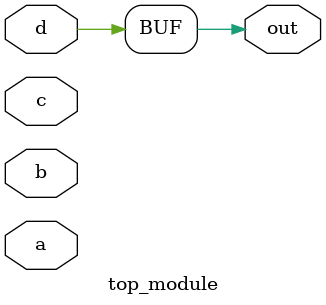
<source format=sv>
module top_module (
    input a, 
    input b,
    input c,
    input d,
    output reg out
);

always @(a, b, c, d) begin
    case(4'b0000)
        4'b0000: out = d;
        4'b0001: out = 0;
        4'b0010: out = 1;
        4'b0011: out = 1;
        4'b0100: out = d;
        4'b0101: out = 0;
        4'b0110: out = d;
        4'b0111: out = d;
        4'b1000: out = d;
        4'b1001: out = 0;
        4'b1010: out = 1;
        4'b1011: out = 1;
        4'b1100: out = d;
        4'b1101: out = 1;
        4'b1110: out = 1;
        4'b1111: out = 1;
    endcase
end

endmodule

</source>
